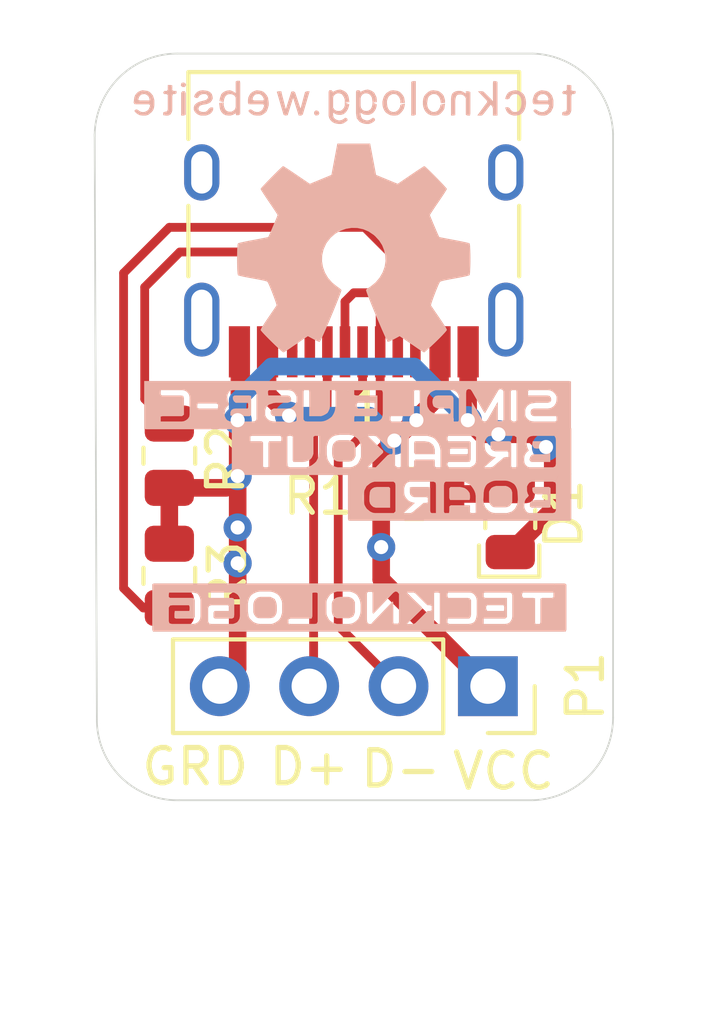
<source format=kicad_pcb>
(kicad_pcb (version 20211014) (generator pcbnew)
  (layers (0 "F.Cu" signal) (31 "B.Cu" signal) (34 "B.Paste" user) (35 "F.Paste" user) (36 "B.SilkS" user "B.Silkscreen") (37 "F.SilkS" user "F.Silkscreen") (38 "B.Mask" user) (39 "F.Mask" user) (44 "Edge.Cuts" user))
  (net 0 "")
  (net 1 "Net-(D1-Pad2)")
  (net 2 "GND")
  (net 4 "Net-(J1-PadA5)")
  (net 6 "Net-(J1-PadB5)")
  (net 8 "/VCC")
  (net 9 "/D-")
  (net 10 "/D+")
  (footprint "Connector_USB:USB_C_Receptacle_HRO_TYPE-C-31-M-12" (layer "F.Cu") (at 113.0915 52.9405 180)
    (fp_text reference "J1" (at 0 -5.645) (layer "F.SilkS"))
    (fp_text value "USB_C_Receptacle_USB2.0")
    (pad "" np_thru_hole circle locked (at 2.89 -2.6 180) (size 0.65 0.65) (drill 0.65) (layers *.Cu *.Mask))
    (pad "" np_thru_hole circle locked (at -2.89 -2.6 180) (size 0.65 0.65) (drill 0.65) (layers *.Cu *.Mask))
    (pad "A1" smd rect locked (at -3.25 -4.045 180) (size 0.6 1.45) (layers "F.Cu" "F.Paste" "F.Mask") (net 2 "GND"))
    (pad "A4" smd rect locked (at -2.45 -4.045 180) (size 0.6 1.45) (layers "F.Cu" "F.Paste" "F.Mask") (net 8 "/VCC"))
    (pad "A5" smd rect locked (at -1.25 -4.045 180) (size 0.3 1.45) (layers "F.Cu" "F.Paste" "F.Mask") (net 4 "Net-(J1-PadA5)"))
    (pad "A6" smd rect locked (at -0.25 -4.045 180) (size 0.3 1.45) (layers "F.Cu" "F.Paste" "F.Mask") (net 10 "/D+"))
    (pad "A7" smd rect locked (at 0.25 -4.045 180) (size 0.3 1.45) (layers "F.Cu" "F.Paste" "F.Mask") (net 9 "/D-"))
    (pad "A8" smd rect locked (at 1.25 -4.045 180) (size 0.3 1.45) (layers "F.Cu" "F.Paste" "F.Mask"))
    (pad "A9" smd rect locked (at 2.45 -4.045 180) (size 0.6 1.45) (layers "F.Cu" "F.Paste" "F.Mask") (net 8 "/VCC"))
    (pad "A12" smd rect locked (at 3.25 -4.045 180) (size 0.6 1.45) (layers "F.Cu" "F.Paste" "F.Mask") (net 2 "GND"))
    (pad "B1" smd rect locked (at 3.25 -4.045 180) (size 0.6 1.45) (layers "F.Cu" "F.Paste" "F.Mask") (net 2 "GND"))
    (pad "B4" smd rect locked (at 2.45 -4.045 180) (size 0.6 1.45) (layers "F.Cu" "F.Paste" "F.Mask") (net 8 "/VCC"))
    (pad "B5" smd rect locked (at 1.75 -4.045 180) (size 0.3 1.45) (layers "F.Cu" "F.Paste" "F.Mask") (net 6 "Net-(J1-PadB5)"))
    (pad "B6" smd rect locked (at 0.75 -4.045 180) (size 0.3 1.45) (layers "F.Cu" "F.Paste" "F.Mask") (net 10 "/D+"))
    (pad "B7" smd rect locked (at -0.75 -4.045 180) (size 0.3 1.45) (layers "F.Cu" "F.Paste" "F.Mask") (net 9 "/D-"))
    (pad "B8" smd rect locked (at -1.75 -4.045 180) (size 0.3 1.45) (layers "F.Cu" "F.Paste" "F.Mask"))
    (pad "B9" smd rect locked (at -2.45 -4.045 180) (size 0.6 1.45) (layers "F.Cu" "F.Paste" "F.Mask") (net 8 "/VCC"))
    (pad "B12" smd rect locked (at -3.25 -4.045 180) (size 0.6 1.45) (layers "F.Cu" "F.Paste" "F.Mask") (net 2 "GND"))
    (pad "S1" thru_hole oval locked (at -4.32 -3.13 180) (size 1 2.1) (drill oval 0.6 1.7) (layers *.Cu *.Mask))
    (pad "S1" thru_hole oval locked (at 4.32 1.05 180) (size 1 1.6) (drill oval 0.6 1.2) (layers *.Cu *.Mask))
    (pad "S1" thru_hole oval locked (at 4.32 -3.13 180) (size 1 2.1) (drill oval 0.6 1.7) (layers *.Cu *.Mask))
    (pad "S1" thru_hole oval locked (at -4.32 1.05 180) (size 1 1.6) (drill oval 0.6 1.2) (layers *.Cu *.Mask))
  )
  (footprint "Capacitor_SMD:C_0805_2012Metric" (layer "F.Cu") (at 114.808 61.0235 180)
    (fp_text reference "R1" (at 2.7305 -0.0635) (layer "F.SilkS"))
    (fp_text value "1K")
    (pad "1" smd roundrect locked (at -0.9375 0 180) (size 0.975 1.4) (layers "F.Cu" "F.Paste" "F.Mask") (net 1 "Net-(D1-Pad2)"))
    (pad "2" smd roundrect locked (at 0.9375 0 180) (size 0.975 1.4) (layers "F.Cu" "F.Paste" "F.Mask") (net 8 "/VCC"))
  )
  (footprint "Capacitor_SMD:C_0805_2012Metric" (layer "F.Cu") (at 117.5385 61.737 90)
    (fp_text reference "D1" (at 0.142 1.524 90) (layer "F.SilkS"))
    (fp_text value "LED")
    (pad "1" smd roundrect locked (at -0.9375 0 90) (size 0.975 1.4) (layers "F.Cu" "F.Paste" "F.Mask") (net 2 "GND"))
    (pad "2" smd roundrect locked (at 0.9375 0 90) (size 0.975 1.4) (layers "F.Cu" "F.Paste" "F.Mask") (net 1 "Net-(D1-Pad2)"))
  )
  (footprint "Connector_PinSocket_2.54mm:PinSocket_1x04_P2.54mm_Vertical" (layer "F.Cu") (at 116.9035 66.4845 -90)
    (fp_text reference "P1" (at 0 -2.77 90) (layer "F.SilkS"))
    (fp_text value "Conn_01x04_MountingPin")
    (pad "1" thru_hole rect locked (at 0 0 270) (size 1.7 1.7) (drill 1) (layers *.Cu *.Mask) (net 8 "/VCC"))
    (pad "2" thru_hole oval locked (at 0 2.54 270) (size 1.7 1.7) (drill 1) (layers *.Cu *.Mask) (net 9 "/D-"))
    (pad "3" thru_hole oval locked (at 0 5.08 270) (size 1.7 1.7) (drill 1) (layers *.Cu *.Mask) (net 10 "/D+"))
    (pad "4" thru_hole oval locked (at 0 7.62 270) (size 1.7 1.7) (drill 1) (layers *.Cu *.Mask) (net 2 "GND"))
  )
  (footprint "Resistor_SMD:R_0805_2012Metric" (layer "F.Cu") (at 107.85 63.35 -90)
    (fp_text reference "R3" (at 0 -1.65 90) (layer "F.SilkS"))
    (fp_text value "5.11K")
    (pad "1" smd roundrect locked (at -0.9125 0 270) (size 1.025 1.4) (layers "F.Cu" "F.Paste" "F.Mask") (roundrect_rratio 0.243902439) (net 2 "GND"))
    (pad "2" smd roundrect locked (at 0.9125 0 270) (size 1.025 1.4) (layers "F.Cu" "F.Paste" "F.Mask") (roundrect_rratio 0.243902439) (net 4 "Net-(J1-PadA5)"))
  )
  (footprint "Resistor_SMD:R_0805_2012Metric" (layer "F.Cu") (at 107.85 59.9375 90)
    (fp_text reference "R2" (at -0.1125 1.6 90) (layer "F.SilkS"))
    (fp_text value "5.11K")
    (pad "1" smd roundrect locked (at -0.9125 0 90) (size 1.025 1.4) (layers "F.Cu" "F.Paste" "F.Mask") (roundrect_rratio 0.243902439) (net 2 "GND"))
    (pad "2" smd roundrect locked (at 0.9125 0 90) (size 1.025 1.4) (layers "F.Cu" "F.Paste" "F.Mask") (roundrect_rratio 0.243902439) (net 6 "Net-(J1-PadB5)"))
  )
  (footprint "buzzard_labels" (layer "B.Cu") (at 113.2 58.5 180)
    (fp_text reference "" (at 0 0) (layer "B.SilkS") (effects (font (size 1.27 1.27)) (justify mirror)))
    (fp_text value "" (at 0 0) (layer "B.SilkS") (effects (font (size 1.27 1.27)) (justify mirror)))
  )
  (footprint "buzzard_labels" (layer "B.Cu") (at 114.45 59.8 180)
    (fp_text reference "" (at 0 0) (layer "B.SilkS") (effects (font (size 1.27 1.27)) (justify mirror)))
    (fp_text value "" (at 0 0) (layer "B.SilkS") (effects (font (size 1.27 1.27)) (justify mirror)))
  )
  (footprint "buzzard_labels" (layer "B.Cu") (at 116.1 61.1 180)
    (fp_text reference "" (at 0 0) (layer "B.SilkS") (effects (font (size 1.27 1.27)) (justify mirror)))
    (fp_text value "" (at 0 0) (layer "B.SilkS") (effects (font (size 1.27 1.27)) (justify mirror)))
  )
  (footprint "buzzard_labels" (layer "B.Cu") (at 113.25 64.25 180)
    (fp_text reference "" (at 0 0) (layer "B.SilkS") (effects (font (size 1.27 1.27)) (justify mirror)))
    (fp_text value "" (at 0 0) (layer "B.SilkS") (effects (font (size 1.27 1.27)) (justify mirror)))
  )
  (footprint "buzzard_labels" (layer "B.Cu") (at 113.05 49.8 180)
    (fp_text reference "" (at 0 0) (layer "B.SilkS") (effects (font (size 1.27 1.27)) (justify mirror)))
    (fp_text value "" (at 0 0) (layer "B.SilkS") (effects (font (size 1.27 1.27)) (justify mirror)))
  )
  (footprint "Symbol:OSHW-Symbol_6.7x6mm_SilkScreen" (layer "B.Cu") (at 113.1 54.05 180)
    (fp_text reference "REF**" hide)
    (fp_text value "OSHW-Symbol_6.7x6mm_SilkScreen" hide)
  )
  (gr_line (start 116.6495 63.373) (end 118.364 63.373) (layer "F.SilkS") (width 0.12))
  (gr_line (start 118.364 63.373) (end 118.364 62.484) (layer "F.SilkS") (width 0.12))
  (gr_line (start 116.6495 63.373) (end 116.6495 62.484) (layer "F.SilkS") (width 0.12))
  (gr_arc (start 108.1405 69.723) (mid 106.483106 69.076051) (end 105.791 67.437) (layer "Edge.Cuts") (width 0.05))
  (gr_line (start 120.4595 50.8) (end 120.4595 67.3735) (layer "Edge.Cuts") (width 0.05))
  (gr_line (start 105.7275 50.8) (end 105.791 67.437) (layer "Edge.Cuts") (width 0.05))
  (gr_arc (start 105.7275 50.8635) (mid 106.415653 49.202153) (end 108.077 48.514) (layer "Edge.Cuts") (width 0.05))
  (gr_line (start 108.1405 69.723) (end 118.1735 69.723) (layer "Edge.Cuts") (width 0.05))
  (gr_line (start 108.077 48.514) (end 118.1735 48.514) (layer "Edge.Cuts") (width 0.05))
  (gr_arc (start 120.4595 67.3735) (mid 119.793698 69.012551) (end 118.1735 69.723) (layer "Edge.Cuts") (width 0.05))
  (gr_arc (start 118.1735 48.514) (mid 119.771703 49.201797) (end 120.4595 50.8) (layer "Edge.Cuts") (width 0.05))
  (gr_text "VCC" (at 117.348 68.8975) (layer "F.SilkS") (effects (font (size 1 1))))
  (gr_text "D-\n" (at 114.427 68.834) (layer "F.SilkS") (effects (font (size 1 1))))
  (gr_text "GRD" (at 108.585 68.7705) (layer "F.SilkS") (effects (font (size 1 1))))
  (gr_text "D+" (at 111.8235 68.7705) (layer "F.SilkS") (effects (font (size 1 1))))
  (segment (start 115.7455 61.0235) (end 117.3145 61.0235) (width 0.5) (layer "F.Cu") (net 1))
  (segment (start 117.3145 61.0235) (end 117.5385 60.7995) (width 0.5) (layer "F.Cu") (net 1))
  (segment (start 117.202001 59.327999) (end 118.192499 59.327999) (width 0.5) (layer "F.Cu") (net 2))
  (segment (start 118.5545 59.69) (end 118.745 59.8805) (width 0.5) (layer "F.Cu") (net 2))
  (segment (start 109.7915 60.5155) (end 109.7915 61.976) (width 0.5) (layer "F.Cu") (net 2))
  (segment (start 109.7915 61.976) (end 109.7915 62.992) (width 0.5) (layer "F.Cu") (net 2))
  (segment (start 109.7915 62.992) (end 109.7915 65.9765) (width 0.5) (layer "F.Cu") (net 2))
  (segment (start 118.192499 59.327999) (end 118.5545 59.69) (width 0.5) (layer "F.Cu") (net 2))
  (segment (start 107.85 60.85) (end 109.457 60.85) (width 0.5) (layer "F.Cu") (net 2))
  (segment (start 116.731999 59.327999) (end 117.202001 59.327999) (width 0.5) (layer "F.Cu") (net 2))
  (segment (start 109.7915 65.9765) (end 109.2835 66.4845) (width 0.5) (layer "F.Cu") (net 2))
  (segment (start 107.85 60.85) (end 107.85 62.4375) (width 0.5) (layer "F.Cu") (net 2))
  (segment (start 118.024027 62.188973) (end 117.5385 62.6745) (width 0.5) (layer "F.Cu") (net 2))
  (segment (start 116.3415 58.9185) (end 116.332 58.928) (width 0.5) (layer "F.Cu") (net 2))
  (segment (start 109.7915 58.928) (end 109.7915 60.5155) (width 0.5) (layer "F.Cu") (net 2))
  (segment (start 116.332 58.928) (end 116.731999 59.327999) (width 0.5) (layer "F.Cu") (net 2))
  (segment (start 109.8415 56.9855) (end 109.8415 58.878) (width 0.5) (layer "F.Cu") (net 2))
  (segment (start 116.3415 56.9855) (end 116.3415 58.9185) (width 0.5) (layer "F.Cu") (net 2))
  (segment (start 118.745 61.468) (end 118.024027 62.188973) (width 0.5) (layer "F.Cu") (net 2))
  (segment (start 109.8415 58.878) (end 109.7915 58.928) (width 0.5) (layer "F.Cu") (net 2))
  (segment (start 118.745 59.8805) (end 118.745 61.468) (width 0.5) (layer "F.Cu") (net 2))
  (segment (start 109.457 60.85) (end 109.7915 60.5155) (width 0.5) (layer "F.Cu") (net 2))
  (via (at 109.7915 60.5155) (size 0.8) (drill 0.4) (layers "F.Cu" "B.Cu") (net 2))
  (via (at 117.202001 59.327999) (size 0.8) (drill 0.4) (layers "F.Cu" "B.Cu") (net 2))
  (via (at 118.5545 59.69) (size 0.8) (drill 0.4) (layers "F.Cu" "B.Cu") (net 2))
  (via (at 109.7915 58.928) (size 0.8) (drill 0.4) (layers "F.Cu" "B.Cu") (net 2))
  (via (at 109.7915 62.992) (size 0.8) (drill 0.4) (layers "F.Cu" "B.Cu") (net 2))
  (via (at 109.7915 61.976) (size 0.8) (drill 0.4) (layers "F.Cu" "B.Cu") (net 2))
  (via (at 116.332 58.928) (size 0.8) (drill 0.4) (layers "F.Cu" "B.Cu") (net 2))
  (segment (start 109.7915 58.928) (end 109.7915 58.362315) (width 0.5) (layer "B.Cu") (net 2))
  (segment (start 110.749815 57.404) (end 114.808 57.404) (width 0.5) (layer "B.Cu") (net 2))
  (segment (start 114.808 57.404) (end 116.332 58.928) (width 0.5) (layer "B.Cu") (net 2))
  (segment (start 109.7915 58.362315) (end 110.749815 57.404) (width 0.5) (layer "B.Cu") (net 2))
  (segment (start 107.85 53.45) (end 106.55 54.75) (width 0.25) (layer "F.Cu") (net 4))
  (segment (start 113.4 53.45) (end 107.85 53.45) (width 0.25) (layer "F.Cu") (net 4))
  (segment (start 107.1125 64.2625) (end 107.85 64.2625) (width 0.25) (layer "F.Cu") (net 4))
  (segment (start 106.55 63.7) (end 107.1125 64.2625) (width 0.25) (layer "F.Cu") (net 4))
  (segment (start 114.3415 54.3915) (end 113.4 53.45) (width 0.25) (layer "F.Cu") (net 4))
  (segment (start 114.3415 56.9855) (end 114.3415 54.3915) (width 0.25) (layer "F.Cu") (net 4))
  (segment (start 106.55 54.75) (end 106.55 63.7) (width 0.25) (layer "F.Cu") (net 4))
  (segment (start 108.15 54.15) (end 107.15 55.15) (width 0.25) (layer "F.Cu") (net 6))
  (segment (start 107.15 55.15) (end 107.15 58.325) (width 0.25) (layer "F.Cu") (net 6))
  (segment (start 107.15 58.325) (end 107.85 59.025) (width 0.25) (layer "F.Cu") (net 6))
  (segment (start 111.3415 56.9855) (end 111.353 56.9855) (width 0.25) (layer "F.Cu") (net 6))
  (segment (start 111.353 56.9855) (end 111.366499 56.972001) (width 0.25) (layer "F.Cu") (net 6))
  (segment (start 111.3415 54.6415) (end 110.85 54.15) (width 0.25) (layer "F.Cu") (net 6))
  (segment (start 111.3415 56.9855) (end 111.3415 54.6415) (width 0.25) (layer "F.Cu") (net 6))
  (segment (start 110.85 54.15) (end 108.15 54.15) (width 0.25) (layer "F.Cu") (net 6))
  (segment (start 114.2445 59.5075) (end 113.8705 59.8815) (width 0.5) (layer "F.Cu") (net 8))
  (segment (start 113.8705 62.5325) (end 113.8705 63.4515) (width 0.5) (layer "F.Cu") (net 8))
  (segment (start 114.8795 58.8725) (end 114.2445 59.5075) (width 0.5) (layer "F.Cu") (net 8))
  (segment (start 115.5415 56.9855) (end 115.5415 58.2105) (width 0.5) (layer "F.Cu") (net 8))
  (segment (start 113.8705 59.8815) (end 113.8705 61.0235) (width 0.5) (layer "F.Cu") (net 8))
  (segment (start 113.8705 63.4515) (end 116.9035 66.4845) (width 0.5) (layer "F.Cu") (net 8))
  (segment (start 110.6415 56.9855) (end 110.6415 58.1905) (width 0.5) (layer "F.Cu") (net 8))
  (segment (start 113.8705 61.0235) (end 113.8705 62.5325) (width 0.5) (layer "F.Cu") (net 8))
  (segment (start 115.5415 58.2105) (end 114.8795 58.8725) (width 0.5) (layer "F.Cu") (net 8))
  (segment (start 110.6415 58.1905) (end 111.252 58.801) (width 0.5) (layer "F.Cu") (net 8))
  (via (at 113.8705 62.5325) (size 0.8) (drill 0.4) (layers "F.Cu" "B.Cu") (net 8))
  (via (at 114.8715 58.928) (size 0.8) (drill 0.4) (layers "F.Cu" "B.Cu") (net 8))
  (via (at 114.2445 59.5075) (size 0.8) (drill 0.4) (layers "F.Cu" "B.Cu") (net 8))
  (via (at 111.252 58.801) (size 0.8) (drill 0.4) (layers "F.Cu" "B.Cu") (net 8))
  (segment (start 113.538 58.801) (end 114.2445 59.5075) (width 0.5) (layer "B.Cu") (net 8))
  (segment (start 111.252 58.801) (end 113.538 58.801) (width 0.5) (layer "B.Cu") (net 8))
  (segment (start 113.6015 55.3085) (end 113.8415 55.5485) (width 0.25) (layer "F.Cu") (net 9))
  (segment (start 113.8415 56.9855) (end 113.8415 58.837498) (width 0.25) (layer "F.Cu") (net 9))
  (segment (start 112.8415 55.5605) (end 113.0935 55.3085) (width 0.25) (layer "F.Cu") (net 9))
  (segment (start 112.649 60.029998) (end 112.649 64.77) (width 0.25) (layer "F.Cu") (net 9))
  (segment (start 112.649 64.77) (end 113.513501 65.634501) (width 0.25) (layer "F.Cu") (net 9))
  (segment (start 113.513501 65.634501) (end 114.3635 66.4845) (width 0.25) (layer "F.Cu") (net 9))
  (segment (start 113.8415 55.5485) (end 113.8415 56.9855) (width 0.25) (layer "F.Cu") (net 9))
  (segment (start 113.8415 58.837498) (end 112.649 60.029998) (width 0.25) (layer "F.Cu") (net 9))
  (segment (start 113.0935 55.3085) (end 113.6015 55.3085) (width 0.25) (layer "F.Cu") (net 9))
  (segment (start 112.8415 56.9855) (end 112.8415 55.5605) (width 0.25) (layer "F.Cu") (net 9))
  (segment (start 111.9505 66.3575) (end 111.8235 66.4845) (width 0.25) (layer "F.Cu") (net 10))
  (segment (start 112.3315 58.7375) (end 111.9505 59.1185) (width 0.25) (layer "F.Cu") (net 10))
  (segment (start 112.3415 56.9855) (end 112.3315 58.7375) (width 0.25) (layer "F.Cu") (net 10))
  (segment (start 112.5645 58.7375) (end 112.3315 58.7375) (width 0.25) (layer "F.Cu") (net 10))
  (segment (start 113.3415 57.9605) (end 112.5645 58.7375) (width 0.25) (layer "F.Cu") (net 10))
  (segment (start 113.3415 56.9855) (end 113.3415 57.9605) (width 0.25) (layer "F.Cu") (net 10))
  (segment (start 111.9505 59.1185) (end 111.9505 66.3575) (width 0.25) (layer "F.Cu") (net 10))
)
</source>
